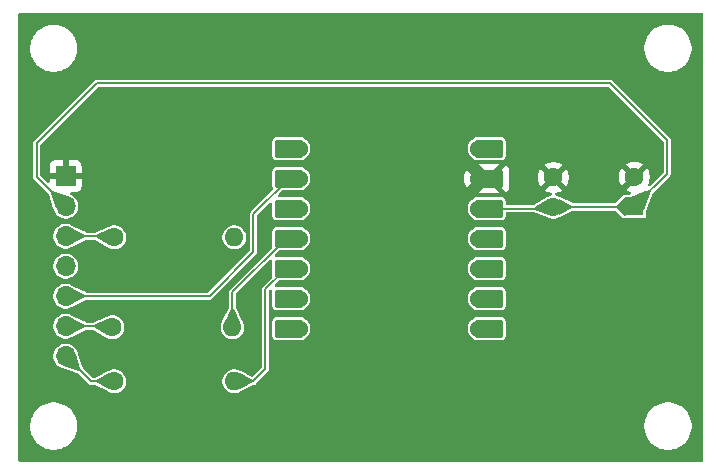
<source format=gbr>
G04 #@! TF.GenerationSoftware,KiCad,Pcbnew,9.0.0*
G04 #@! TF.CreationDate,2025-05-09T14:24:40+09:00*
G04 #@! TF.ProjectId,magnet_module,6d61676e-6574-45f6-9d6f-64756c652e6b,rev?*
G04 #@! TF.SameCoordinates,Original*
G04 #@! TF.FileFunction,Copper,L1,Top*
G04 #@! TF.FilePolarity,Positive*
%FSLAX46Y46*%
G04 Gerber Fmt 4.6, Leading zero omitted, Abs format (unit mm)*
G04 Created by KiCad (PCBNEW 9.0.0) date 2025-05-09 14:24:40*
%MOMM*%
%LPD*%
G01*
G04 APERTURE LIST*
G04 Aperture macros list*
%AMRoundRect*
0 Rectangle with rounded corners*
0 $1 Rounding radius*
0 $2 $3 $4 $5 $6 $7 $8 $9 X,Y pos of 4 corners*
0 Add a 4 corners polygon primitive as box body*
4,1,4,$2,$3,$4,$5,$6,$7,$8,$9,$2,$3,0*
0 Add four circle primitives for the rounded corners*
1,1,$1+$1,$2,$3*
1,1,$1+$1,$4,$5*
1,1,$1+$1,$6,$7*
1,1,$1+$1,$8,$9*
0 Add four rect primitives between the rounded corners*
20,1,$1+$1,$2,$3,$4,$5,0*
20,1,$1+$1,$4,$5,$6,$7,0*
20,1,$1+$1,$6,$7,$8,$9,0*
20,1,$1+$1,$8,$9,$2,$3,0*%
G04 Aperture macros list end*
G04 #@! TA.AperFunction,ComponentPad*
%ADD10C,1.600000*%
G04 #@! TD*
G04 #@! TA.AperFunction,ComponentPad*
%ADD11O,1.600000X1.600000*%
G04 #@! TD*
G04 #@! TA.AperFunction,ComponentPad*
%ADD12R,1.700000X1.700000*%
G04 #@! TD*
G04 #@! TA.AperFunction,ComponentPad*
%ADD13O,1.700000X1.700000*%
G04 #@! TD*
G04 #@! TA.AperFunction,ComponentPad*
%ADD14R,1.600000X1.600000*%
G04 #@! TD*
G04 #@! TA.AperFunction,SMDPad,CuDef*
%ADD15RoundRect,0.152400X1.063600X0.609600X-1.063600X0.609600X-1.063600X-0.609600X1.063600X-0.609600X0*%
G04 #@! TD*
G04 #@! TA.AperFunction,ComponentPad*
%ADD16C,1.524000*%
G04 #@! TD*
G04 #@! TA.AperFunction,SMDPad,CuDef*
%ADD17RoundRect,0.152400X-1.063600X-0.609600X1.063600X-0.609600X1.063600X0.609600X-1.063600X0.609600X0*%
G04 #@! TD*
G04 #@! TA.AperFunction,ViaPad*
%ADD18C,0.600000*%
G04 #@! TD*
G04 #@! TA.AperFunction,Conductor*
%ADD19C,0.200000*%
G04 #@! TD*
G04 APERTURE END LIST*
D10*
G04 #@! TO.P,R1,1*
G04 #@! TO.N,Net-(J1-Pin_3)*
X109110225Y-80010000D03*
D11*
G04 #@! TO.P,R1,2*
G04 #@! TO.N,Net-(U1-PB08_A6_TX)*
X119270225Y-80010000D03*
G04 #@! TD*
D10*
G04 #@! TO.P,R3,1*
G04 #@! TO.N,Net-(J1-Pin_7)*
X109110225Y-92202000D03*
D11*
G04 #@! TO.P,R3,2*
G04 #@! TO.N,Net-(U1-PA8_A4_D4_SDA)*
X119270225Y-92202000D03*
G04 #@! TD*
D12*
G04 #@! TO.P,J1,1,Pin_1*
G04 #@! TO.N,GND*
X105000000Y-74840000D03*
D13*
G04 #@! TO.P,J1,2,Pin_2*
G04 #@! TO.N,+3V3*
X105000000Y-77380000D03*
G04 #@! TO.P,J1,3,Pin_3*
G04 #@! TO.N,Net-(J1-Pin_3)*
X105000000Y-79920000D03*
G04 #@! TO.P,J1,4,Pin_4*
G04 #@! TO.N,Net-(J1-Pin_4)*
X105000000Y-82460000D03*
G04 #@! TO.P,J1,5,Pin_5*
G04 #@! TO.N,Net-(J1-Pin_5)*
X105000000Y-85000000D03*
G04 #@! TO.P,J1,6,Pin_6*
G04 #@! TO.N,Net-(J1-Pin_6)*
X105000000Y-87540000D03*
G04 #@! TO.P,J1,7,Pin_7*
G04 #@! TO.N,Net-(J1-Pin_7)*
X105000000Y-90080000D03*
G04 #@! TD*
D10*
G04 #@! TO.P,C1,1*
G04 #@! TO.N,GND*
X146304000Y-74950000D03*
G04 #@! TO.P,C1,2*
G04 #@! TO.N,+3V3*
X146304000Y-77450000D03*
G04 #@! TD*
D14*
G04 #@! TO.P,C2,1*
G04 #@! TO.N,+3V3*
X153162000Y-77405113D03*
D10*
G04 #@! TO.P,C2,2*
G04 #@! TO.N,GND*
X153162000Y-74905113D03*
G04 #@! TD*
G04 #@! TO.P,R2,1*
G04 #@! TO.N,Net-(J1-Pin_6)*
X108966000Y-87630000D03*
D11*
G04 #@! TO.P,R2,2*
G04 #@! TO.N,Net-(U1-PA11_A3_D3)*
X119126000Y-87630000D03*
G04 #@! TD*
D15*
G04 #@! TO.P,U1,1,PA02_A0_D0*
G04 #@! TO.N,unconnected-(U1-PA02_A0_D0-Pad1)*
X123925000Y-72500000D03*
D16*
X124760000Y-72500000D03*
D15*
G04 #@! TO.P,U1,2,PA4_A1_D1*
G04 #@! TO.N,Net-(J1-Pin_5)*
X123925000Y-75040000D03*
D16*
X124760000Y-75040000D03*
D15*
G04 #@! TO.P,U1,3,PA10_A2_D2*
G04 #@! TO.N,unconnected-(U1-PA10_A2_D2-Pad3)*
X123925000Y-77580000D03*
D16*
X124760000Y-77580000D03*
D15*
G04 #@! TO.P,U1,4,PA11_A3_D3*
G04 #@! TO.N,Net-(U1-PA11_A3_D3)*
X123925000Y-80120000D03*
D16*
X124760000Y-80120000D03*
D15*
G04 #@! TO.P,U1,5,PA8_A4_D4_SDA*
G04 #@! TO.N,Net-(U1-PA8_A4_D4_SDA)*
X123925000Y-82660000D03*
D16*
X124760000Y-82660000D03*
D15*
G04 #@! TO.P,U1,6,PA9_A5_D5_SCL*
G04 #@! TO.N,unconnected-(U1-PA9_A5_D5_SCL-Pad6)*
X123925000Y-85200000D03*
D16*
X124760000Y-85200000D03*
D15*
G04 #@! TO.P,U1,7,PB08_A6_TX*
G04 #@! TO.N,Net-(U1-PB08_A6_TX)*
X123925000Y-87740000D03*
D16*
X124760000Y-87740000D03*
G04 #@! TO.P,U1,8,PB09_D7_RX*
G04 #@! TO.N,Net-(J1-Pin_4)*
X140000000Y-87740000D03*
D17*
X140835000Y-87740000D03*
D16*
G04 #@! TO.P,U1,9,PA7_A8_D8_SCK*
G04 #@! TO.N,unconnected-(U1-PA7_A8_D8_SCK-Pad9)*
X140000000Y-85200000D03*
D17*
X140835000Y-85200000D03*
D16*
G04 #@! TO.P,U1,10,PA5_A9_D9_MISO*
G04 #@! TO.N,unconnected-(U1-PA5_A9_D9_MISO-Pad10)*
X140000000Y-82660000D03*
D17*
X140835000Y-82660000D03*
D16*
G04 #@! TO.P,U1,11,PA6_A10_D10_MOSI*
G04 #@! TO.N,unconnected-(U1-PA6_A10_D10_MOSI-Pad11)*
X140000000Y-80120000D03*
D17*
X140835000Y-80120000D03*
D16*
G04 #@! TO.P,U1,12,3V3*
G04 #@! TO.N,+3V3*
X140000000Y-77580000D03*
D17*
X140835000Y-77580000D03*
D16*
G04 #@! TO.P,U1,13,GND*
G04 #@! TO.N,GND*
X140000000Y-75040000D03*
D17*
X140835000Y-75040000D03*
D16*
G04 #@! TO.P,U1,14,5V*
G04 #@! TO.N,unconnected-(U1-5V-Pad14)*
X140000000Y-72500000D03*
D17*
X140835000Y-72500000D03*
G04 #@! TD*
D18*
G04 #@! TO.N,GND*
X137500000Y-87500000D03*
X137500000Y-97500000D03*
X147500000Y-97500000D03*
X132500000Y-92500000D03*
X127500000Y-72500000D03*
X112500000Y-82500000D03*
X117500000Y-97500000D03*
X137500000Y-92500000D03*
X117500000Y-62500000D03*
X117500000Y-77500000D03*
X127500000Y-97500000D03*
X112500000Y-72500000D03*
X132500000Y-72500000D03*
X122500000Y-97500000D03*
X147500000Y-62500000D03*
X147500000Y-87500000D03*
X127500000Y-62500000D03*
X137500000Y-62500000D03*
X152500000Y-82500000D03*
X137500000Y-77500000D03*
X132500000Y-77500000D03*
X132500000Y-82500000D03*
X102500000Y-77500000D03*
X122500000Y-62500000D03*
X132500000Y-62500000D03*
X147500000Y-92500000D03*
X132500000Y-87500000D03*
X152500000Y-87500000D03*
X132500000Y-97500000D03*
X127500000Y-87500000D03*
X142500000Y-62500000D03*
X127500000Y-92500000D03*
X157500000Y-72500000D03*
X157500000Y-82500000D03*
X112500000Y-97500000D03*
X157500000Y-77500000D03*
X142500000Y-92500000D03*
X117500000Y-82500000D03*
X117500000Y-72500000D03*
X137500000Y-72500000D03*
X127500000Y-82500000D03*
X147500000Y-72500000D03*
X127500000Y-77500000D03*
X102500000Y-87500000D03*
X112500000Y-92500000D03*
X147500000Y-82500000D03*
X137500000Y-82500000D03*
X157500000Y-87500000D03*
X122500000Y-92500000D03*
X142500000Y-97500000D03*
X112500000Y-62500000D03*
X112500000Y-87500000D03*
X112500000Y-77500000D03*
X102500000Y-82500000D03*
G04 #@! TD*
D19*
G04 #@! TO.N,+3V3*
X155923557Y-74643556D02*
X153162000Y-77405113D01*
X155923557Y-71773500D02*
X155923557Y-74643556D01*
X151130057Y-66980000D02*
X155923557Y-71773500D01*
X102540000Y-72060000D02*
X107620000Y-66980000D01*
X107620000Y-66980000D02*
X151130057Y-66980000D01*
X102540000Y-74920000D02*
X102540000Y-72060000D01*
X105000000Y-77380000D02*
X102540000Y-74920000D01*
G04 #@! TO.N,Net-(J1-Pin_3)*
X105000000Y-79920000D02*
X109020225Y-79920000D01*
X109020225Y-79920000D02*
X109110225Y-80010000D01*
G04 #@! TO.N,Net-(J1-Pin_5)*
X120904000Y-81280000D02*
X120904000Y-78061000D01*
X120904000Y-78061000D02*
X123925000Y-75040000D01*
X105000000Y-85000000D02*
X117184000Y-85000000D01*
X117184000Y-85000000D02*
X120904000Y-81280000D01*
G04 #@! TO.N,Net-(J1-Pin_7)*
X107122000Y-92202000D02*
X109110225Y-92202000D01*
X105000000Y-90080000D02*
X107122000Y-92202000D01*
G04 #@! TO.N,Net-(J1-Pin_6)*
X105000000Y-87540000D02*
X108876000Y-87540000D01*
X108876000Y-87540000D02*
X108966000Y-87630000D01*
G04 #@! TO.N,Net-(U1-PA11_A3_D3)*
X124760000Y-80120000D02*
X123682370Y-80120000D01*
X123682370Y-80120000D02*
X119126000Y-84676370D01*
X119126000Y-84676370D02*
X119126000Y-87630000D01*
G04 #@! TO.N,Net-(U1-PA8_A4_D4_SDA)*
X123682370Y-82660000D02*
X124760000Y-82660000D01*
X121920000Y-84422370D02*
X123682370Y-82660000D01*
X119270225Y-92202000D02*
X120904000Y-92202000D01*
X120904000Y-92202000D02*
X121920000Y-91186000D01*
X121920000Y-91186000D02*
X121920000Y-84422370D01*
G04 #@! TO.N,GND*
X146304000Y-74950000D02*
X146538000Y-74950000D01*
X140040000Y-75000000D02*
X140000000Y-75040000D01*
X146538000Y-74950000D02*
X146582887Y-74905113D01*
X146214000Y-75040000D02*
X146304000Y-74950000D01*
G04 #@! TO.N,+3V3*
X146304000Y-77450000D02*
X153117113Y-77450000D01*
X146174000Y-77580000D02*
X146304000Y-77450000D01*
X153117113Y-77450000D02*
X153162000Y-77405113D01*
X140000000Y-77580000D02*
X146174000Y-77580000D01*
G04 #@! TD*
G04 #@! TA.AperFunction,Conductor*
G04 #@! TO.N,GND*
G36*
X158943039Y-61019685D02*
G01*
X158988794Y-61072489D01*
X159000000Y-61124000D01*
X159000000Y-98876000D01*
X158980315Y-98943039D01*
X158927511Y-98988794D01*
X158876000Y-99000000D01*
X101124000Y-99000000D01*
X101056961Y-98980315D01*
X101011206Y-98927511D01*
X101000000Y-98876000D01*
X101000000Y-95868872D01*
X101999500Y-95868872D01*
X101999500Y-96131127D01*
X102026123Y-96333339D01*
X102033730Y-96391116D01*
X102101602Y-96644418D01*
X102101605Y-96644428D01*
X102201953Y-96886690D01*
X102201958Y-96886700D01*
X102333075Y-97113803D01*
X102492718Y-97321851D01*
X102492726Y-97321860D01*
X102678140Y-97507274D01*
X102678148Y-97507281D01*
X102886196Y-97666924D01*
X103113299Y-97798041D01*
X103113309Y-97798046D01*
X103355571Y-97898394D01*
X103355581Y-97898398D01*
X103608884Y-97966270D01*
X103868880Y-98000500D01*
X103868887Y-98000500D01*
X104131113Y-98000500D01*
X104131120Y-98000500D01*
X104391116Y-97966270D01*
X104644419Y-97898398D01*
X104886697Y-97798043D01*
X105113803Y-97666924D01*
X105321851Y-97507282D01*
X105321855Y-97507277D01*
X105321860Y-97507274D01*
X105507274Y-97321860D01*
X105507277Y-97321855D01*
X105507282Y-97321851D01*
X105666924Y-97113803D01*
X105798043Y-96886697D01*
X105898398Y-96644419D01*
X105966270Y-96391116D01*
X106000500Y-96131120D01*
X106000500Y-95868880D01*
X106000499Y-95868872D01*
X153999500Y-95868872D01*
X153999500Y-96131127D01*
X154026123Y-96333339D01*
X154033730Y-96391116D01*
X154101602Y-96644418D01*
X154101605Y-96644428D01*
X154201953Y-96886690D01*
X154201958Y-96886700D01*
X154333075Y-97113803D01*
X154492718Y-97321851D01*
X154492726Y-97321860D01*
X154678140Y-97507274D01*
X154678148Y-97507281D01*
X154886196Y-97666924D01*
X155113299Y-97798041D01*
X155113309Y-97798046D01*
X155355571Y-97898394D01*
X155355581Y-97898398D01*
X155608884Y-97966270D01*
X155868880Y-98000500D01*
X155868887Y-98000500D01*
X156131113Y-98000500D01*
X156131120Y-98000500D01*
X156391116Y-97966270D01*
X156644419Y-97898398D01*
X156886697Y-97798043D01*
X157113803Y-97666924D01*
X157321851Y-97507282D01*
X157321855Y-97507277D01*
X157321860Y-97507274D01*
X157507274Y-97321860D01*
X157507277Y-97321855D01*
X157507282Y-97321851D01*
X157666924Y-97113803D01*
X157798043Y-96886697D01*
X157898398Y-96644419D01*
X157966270Y-96391116D01*
X158000500Y-96131120D01*
X158000500Y-95868880D01*
X157966270Y-95608884D01*
X157898398Y-95355581D01*
X157898394Y-95355571D01*
X157798046Y-95113309D01*
X157798041Y-95113299D01*
X157666924Y-94886196D01*
X157507281Y-94678148D01*
X157507274Y-94678140D01*
X157321860Y-94492726D01*
X157321851Y-94492718D01*
X157113803Y-94333075D01*
X156886700Y-94201958D01*
X156886690Y-94201953D01*
X156644428Y-94101605D01*
X156644421Y-94101603D01*
X156644419Y-94101602D01*
X156391116Y-94033730D01*
X156333339Y-94026123D01*
X156131127Y-93999500D01*
X156131120Y-93999500D01*
X155868880Y-93999500D01*
X155868872Y-93999500D01*
X155637772Y-94029926D01*
X155608884Y-94033730D01*
X155355581Y-94101602D01*
X155355571Y-94101605D01*
X155113309Y-94201953D01*
X155113299Y-94201958D01*
X154886196Y-94333075D01*
X154678148Y-94492718D01*
X154492718Y-94678148D01*
X154333075Y-94886196D01*
X154201958Y-95113299D01*
X154201953Y-95113309D01*
X154101605Y-95355571D01*
X154101602Y-95355581D01*
X154033730Y-95608885D01*
X153999500Y-95868872D01*
X106000499Y-95868872D01*
X105966270Y-95608884D01*
X105898398Y-95355581D01*
X105898394Y-95355571D01*
X105798046Y-95113309D01*
X105798041Y-95113299D01*
X105666924Y-94886196D01*
X105507281Y-94678148D01*
X105507274Y-94678140D01*
X105321860Y-94492726D01*
X105321851Y-94492718D01*
X105113803Y-94333075D01*
X104886700Y-94201958D01*
X104886690Y-94201953D01*
X104644428Y-94101605D01*
X104644421Y-94101603D01*
X104644419Y-94101602D01*
X104391116Y-94033730D01*
X104333339Y-94026123D01*
X104131127Y-93999500D01*
X104131120Y-93999500D01*
X103868880Y-93999500D01*
X103868872Y-93999500D01*
X103637772Y-94029926D01*
X103608884Y-94033730D01*
X103355581Y-94101602D01*
X103355571Y-94101605D01*
X103113309Y-94201953D01*
X103113299Y-94201958D01*
X102886196Y-94333075D01*
X102678148Y-94492718D01*
X102492718Y-94678148D01*
X102333075Y-94886196D01*
X102201958Y-95113299D01*
X102201953Y-95113309D01*
X102101605Y-95355571D01*
X102101602Y-95355581D01*
X102033730Y-95608885D01*
X101999500Y-95868872D01*
X101000000Y-95868872D01*
X101000000Y-89976530D01*
X103949500Y-89976530D01*
X103949500Y-90183469D01*
X103989868Y-90386412D01*
X103989870Y-90386420D01*
X104069058Y-90577596D01*
X104184024Y-90749657D01*
X104330342Y-90895975D01*
X104330345Y-90895977D01*
X104502402Y-91010941D01*
X104693580Y-91090130D01*
X104746507Y-91100657D01*
X104773038Y-91110556D01*
X104773537Y-91109439D01*
X104779107Y-91111920D01*
X104779108Y-91111921D01*
X105720066Y-91424860D01*
X105991641Y-91515179D01*
X106040190Y-91545161D01*
X106881540Y-92386511D01*
X106937489Y-92442460D01*
X106937491Y-92442461D01*
X106937495Y-92442464D01*
X107006004Y-92482017D01*
X107006011Y-92482021D01*
X107082438Y-92502500D01*
X107161562Y-92502500D01*
X107438327Y-92502500D01*
X107493398Y-92515400D01*
X108565299Y-93046735D01*
X108565305Y-93046736D01*
X108570021Y-93048611D01*
X108569776Y-93049226D01*
X108595793Y-93061559D01*
X108636311Y-93088632D01*
X108818390Y-93164051D01*
X108818394Y-93164051D01*
X108818395Y-93164052D01*
X109011681Y-93202500D01*
X109011684Y-93202500D01*
X109208768Y-93202500D01*
X109338807Y-93176632D01*
X109402060Y-93164051D01*
X109584139Y-93088632D01*
X109748007Y-92979139D01*
X109887364Y-92839782D01*
X109996857Y-92675914D01*
X110072276Y-92493835D01*
X110110725Y-92300541D01*
X110110725Y-92103459D01*
X110110725Y-92103456D01*
X110072277Y-91910170D01*
X110072276Y-91910169D01*
X110072276Y-91910165D01*
X110066606Y-91896477D01*
X109996860Y-91728092D01*
X109996853Y-91728079D01*
X109887364Y-91564218D01*
X109887361Y-91564214D01*
X109748010Y-91424863D01*
X109748006Y-91424860D01*
X109584145Y-91315371D01*
X109584132Y-91315364D01*
X109402064Y-91239950D01*
X109402054Y-91239947D01*
X109208768Y-91201500D01*
X109208766Y-91201500D01*
X109011684Y-91201500D01*
X109011682Y-91201500D01*
X108818395Y-91239947D01*
X108818385Y-91239950D01*
X108636315Y-91315366D01*
X108636304Y-91315371D01*
X108596158Y-91342195D01*
X108570529Y-91353882D01*
X108570993Y-91355106D01*
X108565303Y-91357260D01*
X107493395Y-91888600D01*
X107480996Y-91891504D01*
X107473259Y-91896477D01*
X107438324Y-91901500D01*
X107297833Y-91901500D01*
X107230794Y-91881815D01*
X107210152Y-91865181D01*
X106465161Y-91120190D01*
X106435179Y-91071641D01*
X106328095Y-90749657D01*
X106031921Y-89859108D01*
X106031920Y-89859106D01*
X106029910Y-89854396D01*
X106030427Y-89854175D01*
X106020727Y-89826859D01*
X106010130Y-89773580D01*
X105930941Y-89582402D01*
X105815977Y-89410345D01*
X105815975Y-89410342D01*
X105669657Y-89264024D01*
X105583626Y-89206541D01*
X105497598Y-89149059D01*
X105306420Y-89069870D01*
X105306412Y-89069868D01*
X105103469Y-89029500D01*
X105103465Y-89029500D01*
X104896535Y-89029500D01*
X104896530Y-89029500D01*
X104693587Y-89069868D01*
X104693579Y-89069870D01*
X104502403Y-89149058D01*
X104330342Y-89264024D01*
X104184024Y-89410342D01*
X104069058Y-89582403D01*
X103989870Y-89773579D01*
X103989868Y-89773587D01*
X103949500Y-89976530D01*
X101000000Y-89976530D01*
X101000000Y-87436530D01*
X103949500Y-87436530D01*
X103949500Y-87643469D01*
X103989868Y-87846412D01*
X103989870Y-87846420D01*
X104069058Y-88037596D01*
X104184024Y-88209657D01*
X104330342Y-88355975D01*
X104330345Y-88355977D01*
X104502402Y-88470941D01*
X104693580Y-88550130D01*
X104896530Y-88590499D01*
X104896534Y-88590500D01*
X104896535Y-88590500D01*
X105103466Y-88590500D01*
X105103467Y-88590499D01*
X105306420Y-88550130D01*
X105497598Y-88470941D01*
X105542470Y-88440957D01*
X105568233Y-88429205D01*
X105567792Y-88428055D01*
X105573481Y-88425873D01*
X105573483Y-88425871D01*
X105573486Y-88425871D01*
X106716022Y-87853629D01*
X106771552Y-87840500D01*
X107284743Y-87840500D01*
X107346522Y-87856985D01*
X108362784Y-88440960D01*
X108409688Y-88467912D01*
X108415532Y-88469995D01*
X108442790Y-88483693D01*
X108492086Y-88516632D01*
X108492088Y-88516633D01*
X108492092Y-88516635D01*
X108674160Y-88592049D01*
X108674165Y-88592051D01*
X108674169Y-88592051D01*
X108674170Y-88592052D01*
X108867456Y-88630500D01*
X108867459Y-88630500D01*
X109064543Y-88630500D01*
X109194582Y-88604632D01*
X109257835Y-88592051D01*
X109439914Y-88516632D01*
X109603782Y-88407139D01*
X109743139Y-88267782D01*
X109852632Y-88103914D01*
X109928051Y-87921835D01*
X109966500Y-87728543D01*
X118125499Y-87728543D01*
X118163947Y-87921829D01*
X118163950Y-87921839D01*
X118239364Y-88103907D01*
X118239371Y-88103920D01*
X118348860Y-88267781D01*
X118348863Y-88267785D01*
X118488214Y-88407136D01*
X118488218Y-88407139D01*
X118652079Y-88516628D01*
X118652092Y-88516635D01*
X118834160Y-88592049D01*
X118834165Y-88592051D01*
X118834169Y-88592051D01*
X118834170Y-88592052D01*
X119027456Y-88630500D01*
X119027459Y-88630500D01*
X119224543Y-88630500D01*
X119354582Y-88604632D01*
X119417835Y-88592051D01*
X119599914Y-88516632D01*
X119763782Y-88407139D01*
X119903139Y-88267782D01*
X120012632Y-88103914D01*
X120088051Y-87921835D01*
X120126500Y-87728541D01*
X120126500Y-87531459D01*
X120126500Y-87531456D01*
X120088052Y-87338170D01*
X120088051Y-87338169D01*
X120088051Y-87338165D01*
X120044731Y-87233580D01*
X120012634Y-87156090D01*
X120012633Y-87156089D01*
X120012632Y-87156086D01*
X119985803Y-87115934D01*
X119974185Y-87090276D01*
X119972891Y-87090767D01*
X119970736Y-87085077D01*
X119439400Y-86013171D01*
X119426500Y-85958100D01*
X119426500Y-84852203D01*
X119446185Y-84785164D01*
X119462819Y-84764522D01*
X122296819Y-81930522D01*
X122358142Y-81897037D01*
X122427834Y-81902021D01*
X122483767Y-81943893D01*
X122508184Y-82009357D01*
X122508500Y-82018203D01*
X122508500Y-83303091D01*
X122512985Y-83333880D01*
X122503170Y-83403057D01*
X122477961Y-83439436D01*
X121735489Y-84181910D01*
X121679541Y-84237857D01*
X121679535Y-84237865D01*
X121639982Y-84306374D01*
X121639979Y-84306379D01*
X121619500Y-84382809D01*
X121619500Y-91010166D01*
X121599815Y-91077205D01*
X121583181Y-91097847D01*
X120886756Y-91794271D01*
X120825433Y-91827756D01*
X120755741Y-91822772D01*
X120744004Y-91817690D01*
X119815145Y-91357261D01*
X119810426Y-91355386D01*
X119810668Y-91354775D01*
X119784649Y-91342435D01*
X119744149Y-91315374D01*
X119744142Y-91315370D01*
X119744139Y-91315368D01*
X119744135Y-91315366D01*
X119744131Y-91315364D01*
X119562064Y-91239950D01*
X119562054Y-91239947D01*
X119368768Y-91201500D01*
X119368766Y-91201500D01*
X119171684Y-91201500D01*
X119171682Y-91201500D01*
X118978395Y-91239947D01*
X118978385Y-91239950D01*
X118796317Y-91315364D01*
X118796304Y-91315371D01*
X118632443Y-91424860D01*
X118632439Y-91424863D01*
X118493088Y-91564214D01*
X118493085Y-91564218D01*
X118383596Y-91728079D01*
X118383589Y-91728092D01*
X118308175Y-91910160D01*
X118308172Y-91910170D01*
X118269725Y-92103456D01*
X118269725Y-92103459D01*
X118269725Y-92300541D01*
X118269725Y-92300543D01*
X118269724Y-92300543D01*
X118308172Y-92493829D01*
X118308175Y-92493839D01*
X118383589Y-92675907D01*
X118383596Y-92675920D01*
X118493085Y-92839781D01*
X118493088Y-92839785D01*
X118632439Y-92979136D01*
X118632443Y-92979139D01*
X118796304Y-93088628D01*
X118796317Y-93088635D01*
X118978385Y-93164049D01*
X118978390Y-93164051D01*
X118978394Y-93164051D01*
X118978395Y-93164052D01*
X119171681Y-93202500D01*
X119171684Y-93202500D01*
X119368768Y-93202500D01*
X119498807Y-93176632D01*
X119562060Y-93164051D01*
X119744139Y-93088632D01*
X119784286Y-93061805D01*
X119809953Y-93050224D01*
X119809450Y-93048894D01*
X119815146Y-93046736D01*
X119815145Y-93046736D01*
X119815150Y-93046735D01*
X120887052Y-92515400D01*
X120935565Y-92504036D01*
X120935503Y-92503561D01*
X120940277Y-92502932D01*
X120942123Y-92502500D01*
X120943560Y-92502500D01*
X120943562Y-92502500D01*
X121019989Y-92482021D01*
X121088511Y-92442460D01*
X121144460Y-92386511D01*
X122160460Y-91370511D01*
X122179986Y-91336691D01*
X122200021Y-91301989D01*
X122220500Y-91225562D01*
X122220500Y-87096906D01*
X122508500Y-87096906D01*
X122508500Y-88383094D01*
X122516931Y-88440960D01*
X122518494Y-88451688D01*
X122570222Y-88557500D01*
X122653499Y-88640777D01*
X122653500Y-88640777D01*
X122653502Y-88640779D01*
X122759312Y-88692506D01*
X122827906Y-88702500D01*
X122827911Y-88702500D01*
X125022089Y-88702500D01*
X125022094Y-88702500D01*
X125090688Y-88692506D01*
X125196498Y-88640779D01*
X125279779Y-88557498D01*
X125279779Y-88557496D01*
X125287044Y-88550232D01*
X125287885Y-88551073D01*
X125308481Y-88531104D01*
X125373558Y-88487622D01*
X125507622Y-88353558D01*
X125612956Y-88195915D01*
X125685512Y-88020751D01*
X125722500Y-87834798D01*
X125722500Y-87645202D01*
X125722499Y-87645197D01*
X139037500Y-87645197D01*
X139037500Y-87834802D01*
X139074486Y-88020743D01*
X139074488Y-88020751D01*
X139147042Y-88195912D01*
X139252377Y-88353558D01*
X139386438Y-88487619D01*
X139386442Y-88487622D01*
X139451515Y-88531103D01*
X139451520Y-88531106D01*
X139472117Y-88551074D01*
X139472958Y-88550234D01*
X139480220Y-88557496D01*
X139480221Y-88557498D01*
X139563502Y-88640779D01*
X139669312Y-88692506D01*
X139737906Y-88702500D01*
X139737911Y-88702500D01*
X141932089Y-88702500D01*
X141932094Y-88702500D01*
X142000688Y-88692506D01*
X142106498Y-88640779D01*
X142189779Y-88557498D01*
X142241506Y-88451688D01*
X142251500Y-88383094D01*
X142251500Y-87096906D01*
X142241506Y-87028312D01*
X142189779Y-86922502D01*
X142189777Y-86922500D01*
X142189777Y-86922499D01*
X142106500Y-86839222D01*
X142000688Y-86787494D01*
X141932094Y-86777500D01*
X139737906Y-86777500D01*
X139680744Y-86785828D01*
X139669311Y-86787494D01*
X139563499Y-86839222D01*
X139472957Y-86929765D01*
X139472118Y-86928926D01*
X139451521Y-86948892D01*
X139386444Y-86992376D01*
X139252376Y-87126443D01*
X139147042Y-87284087D01*
X139074488Y-87459248D01*
X139074486Y-87459256D01*
X139037500Y-87645197D01*
X125722499Y-87645197D01*
X125685512Y-87459249D01*
X125612956Y-87284085D01*
X125527434Y-87156092D01*
X125507622Y-87126441D01*
X125373564Y-86992383D01*
X125373560Y-86992380D01*
X125373558Y-86992378D01*
X125308475Y-86948890D01*
X125287883Y-86928926D01*
X125287043Y-86929767D01*
X125279779Y-86922503D01*
X125279779Y-86922502D01*
X125196498Y-86839221D01*
X125090688Y-86787494D01*
X125022094Y-86777500D01*
X122827906Y-86777500D01*
X122770744Y-86785828D01*
X122759311Y-86787494D01*
X122653499Y-86839222D01*
X122570222Y-86922499D01*
X122536061Y-86992378D01*
X122518494Y-87028312D01*
X122508500Y-87096906D01*
X122220500Y-87096906D01*
X122220500Y-84598203D01*
X122240185Y-84531164D01*
X122256819Y-84510522D01*
X122296819Y-84470522D01*
X122358142Y-84437037D01*
X122427834Y-84442021D01*
X122483767Y-84483893D01*
X122508184Y-84549357D01*
X122508500Y-84558203D01*
X122508500Y-85843094D01*
X122516931Y-85900960D01*
X122518494Y-85911688D01*
X122570222Y-86017500D01*
X122653499Y-86100777D01*
X122653500Y-86100777D01*
X122653502Y-86100779D01*
X122759312Y-86152506D01*
X122827906Y-86162500D01*
X122827911Y-86162500D01*
X125022089Y-86162500D01*
X125022094Y-86162500D01*
X125090688Y-86152506D01*
X125196498Y-86100779D01*
X125279779Y-86017498D01*
X125279779Y-86017496D01*
X125287044Y-86010232D01*
X125287885Y-86011073D01*
X125308481Y-85991104D01*
X125373558Y-85947622D01*
X125507622Y-85813558D01*
X125612956Y-85655915D01*
X125685512Y-85480751D01*
X125722500Y-85294798D01*
X125722500Y-85105202D01*
X125722499Y-85105197D01*
X139037500Y-85105197D01*
X139037500Y-85294802D01*
X139074486Y-85480743D01*
X139074488Y-85480751D01*
X139147042Y-85655912D01*
X139252377Y-85813558D01*
X139386438Y-85947619D01*
X139386442Y-85947622D01*
X139451515Y-85991103D01*
X139451520Y-85991106D01*
X139472117Y-86011074D01*
X139472958Y-86010234D01*
X139480220Y-86017496D01*
X139480221Y-86017498D01*
X139563502Y-86100779D01*
X139669312Y-86152506D01*
X139737906Y-86162500D01*
X139737911Y-86162500D01*
X141932089Y-86162500D01*
X141932094Y-86162500D01*
X142000688Y-86152506D01*
X142106498Y-86100779D01*
X142189779Y-86017498D01*
X142241506Y-85911688D01*
X142251500Y-85843094D01*
X142251500Y-84556906D01*
X142241506Y-84488312D01*
X142189779Y-84382502D01*
X142189777Y-84382500D01*
X142189777Y-84382499D01*
X142106500Y-84299222D01*
X142000688Y-84247494D01*
X141932094Y-84237500D01*
X139737906Y-84237500D01*
X139680744Y-84245828D01*
X139669311Y-84247494D01*
X139563499Y-84299222D01*
X139472957Y-84389765D01*
X139472118Y-84388926D01*
X139451521Y-84408892D01*
X139386444Y-84452376D01*
X139252376Y-84586443D01*
X139147042Y-84744087D01*
X139074488Y-84919248D01*
X139074486Y-84919256D01*
X139037500Y-85105197D01*
X125722499Y-85105197D01*
X125685512Y-84919249D01*
X125612956Y-84744085D01*
X125558898Y-84663181D01*
X125507622Y-84586441D01*
X125373564Y-84452383D01*
X125373560Y-84452380D01*
X125373558Y-84452378D01*
X125308475Y-84408890D01*
X125287883Y-84388926D01*
X125287043Y-84389767D01*
X125279779Y-84382503D01*
X125279779Y-84382502D01*
X125196498Y-84299221D01*
X125090688Y-84247494D01*
X125022094Y-84237500D01*
X122829203Y-84237500D01*
X122762164Y-84217815D01*
X122716409Y-84165011D01*
X122706465Y-84095853D01*
X122735490Y-84032297D01*
X122741522Y-84025819D01*
X123108522Y-83658819D01*
X123169845Y-83625334D01*
X123196203Y-83622500D01*
X125022089Y-83622500D01*
X125022094Y-83622500D01*
X125090688Y-83612506D01*
X125196498Y-83560779D01*
X125279779Y-83477498D01*
X125279779Y-83477496D01*
X125287044Y-83470232D01*
X125287885Y-83471073D01*
X125308481Y-83451104D01*
X125373558Y-83407622D01*
X125507622Y-83273558D01*
X125612956Y-83115915D01*
X125685512Y-82940751D01*
X125722500Y-82754798D01*
X125722500Y-82565202D01*
X125722499Y-82565197D01*
X139037500Y-82565197D01*
X139037500Y-82754802D01*
X139074486Y-82940743D01*
X139074488Y-82940751D01*
X139147042Y-83115912D01*
X139252377Y-83273558D01*
X139386438Y-83407619D01*
X139386442Y-83407622D01*
X139451515Y-83451103D01*
X139451520Y-83451106D01*
X139472117Y-83471074D01*
X139472958Y-83470234D01*
X139480220Y-83477496D01*
X139480221Y-83477498D01*
X139563502Y-83560779D01*
X139669312Y-83612506D01*
X139737906Y-83622500D01*
X139737911Y-83622500D01*
X141932089Y-83622500D01*
X141932094Y-83622500D01*
X142000688Y-83612506D01*
X142106498Y-83560779D01*
X142189779Y-83477498D01*
X142241506Y-83371688D01*
X142251500Y-83303094D01*
X142251500Y-82016906D01*
X142241506Y-81948312D01*
X142189779Y-81842502D01*
X142189777Y-81842500D01*
X142189777Y-81842499D01*
X142106500Y-81759222D01*
X142000688Y-81707494D01*
X141932094Y-81697500D01*
X139737906Y-81697500D01*
X139680744Y-81705828D01*
X139669311Y-81707494D01*
X139563499Y-81759222D01*
X139472957Y-81849765D01*
X139472118Y-81848926D01*
X139451521Y-81868892D01*
X139386444Y-81912376D01*
X139252376Y-82046443D01*
X139147042Y-82204087D01*
X139074488Y-82379248D01*
X139074486Y-82379256D01*
X139037500Y-82565197D01*
X125722499Y-82565197D01*
X125685512Y-82379249D01*
X125612956Y-82204085D01*
X125507623Y-82046443D01*
X125507622Y-82046441D01*
X125373564Y-81912383D01*
X125373560Y-81912380D01*
X125373558Y-81912378D01*
X125308475Y-81868890D01*
X125287883Y-81848926D01*
X125287043Y-81849767D01*
X125279779Y-81842503D01*
X125279779Y-81842502D01*
X125196498Y-81759221D01*
X125090688Y-81707494D01*
X125022094Y-81697500D01*
X122829203Y-81697500D01*
X122762164Y-81677815D01*
X122716409Y-81625011D01*
X122706465Y-81555853D01*
X122735490Y-81492297D01*
X122741522Y-81485819D01*
X123108522Y-81118819D01*
X123169845Y-81085334D01*
X123196203Y-81082500D01*
X125022089Y-81082500D01*
X125022094Y-81082500D01*
X125090688Y-81072506D01*
X125196498Y-81020779D01*
X125279779Y-80937498D01*
X125279779Y-80937496D01*
X125287044Y-80930232D01*
X125287885Y-80931073D01*
X125308481Y-80911104D01*
X125373558Y-80867622D01*
X125507622Y-80733558D01*
X125612956Y-80575915D01*
X125685512Y-80400751D01*
X125722500Y-80214798D01*
X125722500Y-80025202D01*
X125722499Y-80025197D01*
X139037500Y-80025197D01*
X139037500Y-80214802D01*
X139074486Y-80400743D01*
X139074488Y-80400751D01*
X139147042Y-80575912D01*
X139252377Y-80733558D01*
X139386438Y-80867619D01*
X139386442Y-80867622D01*
X139451515Y-80911103D01*
X139451520Y-80911106D01*
X139472117Y-80931074D01*
X139472958Y-80930234D01*
X139480220Y-80937496D01*
X139480221Y-80937498D01*
X139563502Y-81020779D01*
X139669312Y-81072506D01*
X139737906Y-81082500D01*
X139737911Y-81082500D01*
X141932089Y-81082500D01*
X141932094Y-81082500D01*
X142000688Y-81072506D01*
X142106498Y-81020779D01*
X142189779Y-80937498D01*
X142241506Y-80831688D01*
X142251500Y-80763094D01*
X142251500Y-79476906D01*
X142241506Y-79408312D01*
X142189779Y-79302502D01*
X142189777Y-79302500D01*
X142189777Y-79302499D01*
X142106500Y-79219222D01*
X142000688Y-79167494D01*
X141932094Y-79157500D01*
X139737906Y-79157500D01*
X139680744Y-79165828D01*
X139669311Y-79167494D01*
X139563499Y-79219222D01*
X139472957Y-79309765D01*
X139472118Y-79308926D01*
X139451521Y-79328892D01*
X139386444Y-79372376D01*
X139252376Y-79506443D01*
X139147042Y-79664087D01*
X139074488Y-79839248D01*
X139074486Y-79839256D01*
X139037500Y-80025197D01*
X125722499Y-80025197D01*
X125685512Y-79839249D01*
X125612956Y-79664085D01*
X125507623Y-79506443D01*
X125507622Y-79506441D01*
X125373564Y-79372383D01*
X125373560Y-79372380D01*
X125373558Y-79372378D01*
X125308475Y-79328890D01*
X125287883Y-79308926D01*
X125287043Y-79309767D01*
X125279779Y-79302503D01*
X125279779Y-79302502D01*
X125196498Y-79219221D01*
X125090688Y-79167494D01*
X125022094Y-79157500D01*
X122827906Y-79157500D01*
X122770744Y-79165828D01*
X122759311Y-79167494D01*
X122653499Y-79219222D01*
X122570222Y-79302499D01*
X122536061Y-79372378D01*
X122518494Y-79408312D01*
X122508500Y-79476906D01*
X122508500Y-79476911D01*
X122508500Y-80763091D01*
X122512985Y-80793880D01*
X122503170Y-80863057D01*
X122477961Y-80899436D01*
X118941489Y-84435910D01*
X118885541Y-84491857D01*
X118885535Y-84491865D01*
X118845982Y-84560374D01*
X118845979Y-84560379D01*
X118825500Y-84636809D01*
X118825500Y-85958099D01*
X118812600Y-86013170D01*
X118281265Y-87085070D01*
X118279388Y-87089796D01*
X118278775Y-87089552D01*
X118266439Y-87115570D01*
X118239366Y-87156088D01*
X118163950Y-87338160D01*
X118163947Y-87338170D01*
X118125500Y-87531456D01*
X118125500Y-87531459D01*
X118125500Y-87728541D01*
X118125500Y-87728543D01*
X118125499Y-87728543D01*
X109966500Y-87728543D01*
X109966500Y-87728541D01*
X109966500Y-87531459D01*
X109966500Y-87531456D01*
X109928052Y-87338170D01*
X109928051Y-87338169D01*
X109928051Y-87338165D01*
X109928049Y-87338160D01*
X109852635Y-87156092D01*
X109852628Y-87156079D01*
X109743139Y-86992218D01*
X109743136Y-86992214D01*
X109603785Y-86852863D01*
X109603781Y-86852860D01*
X109439920Y-86743371D01*
X109439907Y-86743364D01*
X109257839Y-86667950D01*
X109257829Y-86667947D01*
X109064543Y-86629500D01*
X109064541Y-86629500D01*
X108867459Y-86629500D01*
X108867457Y-86629500D01*
X108674170Y-86667947D01*
X108674160Y-86667950D01*
X108492093Y-86743364D01*
X108492079Y-86743372D01*
X108457976Y-86766158D01*
X108436789Y-86777512D01*
X107351163Y-87229958D01*
X107303462Y-87239500D01*
X106771554Y-87239500D01*
X106716024Y-87226371D01*
X105573493Y-86654130D01*
X105568742Y-86652223D01*
X105568951Y-86651701D01*
X105542769Y-86639240D01*
X105497598Y-86609059D01*
X105306420Y-86529870D01*
X105306412Y-86529868D01*
X105103469Y-86489500D01*
X105103465Y-86489500D01*
X104896535Y-86489500D01*
X104896530Y-86489500D01*
X104693587Y-86529868D01*
X104693579Y-86529870D01*
X104502403Y-86609058D01*
X104330342Y-86724024D01*
X104184024Y-86870342D01*
X104069058Y-87042403D01*
X103989870Y-87233579D01*
X103989868Y-87233587D01*
X103949500Y-87436530D01*
X101000000Y-87436530D01*
X101000000Y-84896530D01*
X103949500Y-84896530D01*
X103949500Y-85103469D01*
X103989868Y-85306412D01*
X103989870Y-85306420D01*
X104069058Y-85497596D01*
X104184024Y-85669657D01*
X104330342Y-85815975D01*
X104330345Y-85815977D01*
X104502402Y-85930941D01*
X104693580Y-86010130D01*
X104896530Y-86050499D01*
X104896534Y-86050500D01*
X104896535Y-86050500D01*
X105103466Y-86050500D01*
X105103467Y-86050499D01*
X105306420Y-86010130D01*
X105497598Y-85930941D01*
X105542470Y-85900957D01*
X105568233Y-85889205D01*
X105567792Y-85888055D01*
X105573481Y-85885873D01*
X105573483Y-85885871D01*
X105573486Y-85885871D01*
X106716022Y-85313629D01*
X106771552Y-85300500D01*
X117223560Y-85300500D01*
X117223562Y-85300500D01*
X117299989Y-85280021D01*
X117368511Y-85240460D01*
X117424460Y-85184511D01*
X121144460Y-81464511D01*
X121153895Y-81448167D01*
X121176219Y-81409503D01*
X121176220Y-81409501D01*
X121184020Y-81395991D01*
X121184021Y-81395989D01*
X121204500Y-81319562D01*
X121204500Y-78236832D01*
X121224185Y-78169793D01*
X121240814Y-78149156D01*
X122296819Y-77093150D01*
X122358142Y-77059666D01*
X122427834Y-77064650D01*
X122483767Y-77106522D01*
X122508184Y-77171986D01*
X122508500Y-77180832D01*
X122508500Y-78223094D01*
X122510502Y-78236832D01*
X122518494Y-78291688D01*
X122570222Y-78397500D01*
X122653499Y-78480777D01*
X122653500Y-78480777D01*
X122653502Y-78480779D01*
X122759312Y-78532506D01*
X122827906Y-78542500D01*
X122827911Y-78542500D01*
X125022089Y-78542500D01*
X125022094Y-78542500D01*
X125090688Y-78532506D01*
X125196498Y-78480779D01*
X125279779Y-78397498D01*
X125279779Y-78397496D01*
X125287044Y-78390232D01*
X125287885Y-78391073D01*
X125308481Y-78371104D01*
X125373558Y-78327622D01*
X125507622Y-78193558D01*
X125612956Y-78035915D01*
X125685512Y-77860751D01*
X125722500Y-77674798D01*
X125722500Y-77485202D01*
X125685512Y-77299249D01*
X125612956Y-77124085D01*
X125573243Y-77064650D01*
X125507622Y-76966441D01*
X125373564Y-76832383D01*
X125373560Y-76832380D01*
X125373558Y-76832378D01*
X125308475Y-76788890D01*
X125287883Y-76768926D01*
X125287043Y-76769767D01*
X125279779Y-76762503D01*
X125279779Y-76762502D01*
X125196498Y-76679221D01*
X125090688Y-76627494D01*
X125022094Y-76617500D01*
X123071832Y-76617500D01*
X123004793Y-76597815D01*
X122959038Y-76545011D01*
X122949094Y-76475853D01*
X122978119Y-76412297D01*
X122984151Y-76405819D01*
X123078610Y-76311361D01*
X123087972Y-76301999D01*
X139926551Y-76301999D01*
X139926552Y-76302000D01*
X140123985Y-76302000D01*
X140123989Y-76301999D01*
X141743447Y-76301999D01*
X141743447Y-76301998D01*
X140835000Y-75393552D01*
X139926551Y-76301999D01*
X123087972Y-76301999D01*
X123351152Y-76038819D01*
X123412475Y-76005334D01*
X123438833Y-76002500D01*
X125022089Y-76002500D01*
X125022094Y-76002500D01*
X125090688Y-75992506D01*
X125196498Y-75940779D01*
X125279779Y-75857498D01*
X125279779Y-75857496D01*
X125287044Y-75850232D01*
X125287885Y-75851073D01*
X125308481Y-75831104D01*
X125373558Y-75787622D01*
X125507622Y-75653558D01*
X125612956Y-75495915D01*
X125685512Y-75320751D01*
X125722500Y-75134798D01*
X125722500Y-74945202D01*
X125722500Y-74945199D01*
X125721601Y-74940678D01*
X138738000Y-74940678D01*
X138738000Y-75139321D01*
X138769075Y-75335520D01*
X138769075Y-75335523D01*
X138830457Y-75524437D01*
X138920641Y-75701432D01*
X138947730Y-75738715D01*
X138947731Y-75738716D01*
X139562352Y-75124094D01*
X139585792Y-75211571D01*
X139644311Y-75312930D01*
X139727070Y-75395689D01*
X139828429Y-75454208D01*
X139915904Y-75477647D01*
X139296360Y-76097191D01*
X139296360Y-76097192D01*
X139360308Y-76161140D01*
X140036948Y-75484500D01*
X140058520Y-75484500D01*
X140171571Y-75454208D01*
X140272930Y-75395689D01*
X140355689Y-75312930D01*
X140414208Y-75211571D01*
X140444500Y-75098520D01*
X140444500Y-75076948D01*
X140481448Y-75040000D01*
X141188552Y-75040000D01*
X142309691Y-76161139D01*
X142418192Y-76052639D01*
X142418196Y-76052634D01*
X142502102Y-75910756D01*
X142502103Y-75910753D01*
X142548088Y-75752473D01*
X142548089Y-75752467D01*
X142550999Y-75715488D01*
X142550999Y-74364530D01*
X142550998Y-74364508D01*
X142548089Y-74327533D01*
X142502102Y-74169242D01*
X142418196Y-74027365D01*
X142418189Y-74027356D01*
X142396302Y-74005469D01*
X142396297Y-74005465D01*
X142309691Y-73918860D01*
X141188552Y-75040000D01*
X140481448Y-75040000D01*
X140444500Y-75003052D01*
X140444500Y-74981480D01*
X140414208Y-74868429D01*
X140355689Y-74767070D01*
X140272930Y-74684311D01*
X140171571Y-74625792D01*
X140058520Y-74595500D01*
X140036948Y-74595500D01*
X139360307Y-73918859D01*
X139296360Y-73982807D01*
X139915905Y-74602352D01*
X139828429Y-74625792D01*
X139727070Y-74684311D01*
X139644311Y-74767070D01*
X139585792Y-74868429D01*
X139562352Y-74955905D01*
X138947730Y-74341282D01*
X138947729Y-74341283D01*
X138920643Y-74378564D01*
X138830457Y-74555562D01*
X138769075Y-74744476D01*
X138769075Y-74744479D01*
X138738000Y-74940678D01*
X125721601Y-74940678D01*
X125688753Y-74775542D01*
X125685512Y-74759249D01*
X125612956Y-74584085D01*
X125569524Y-74519085D01*
X125507622Y-74426441D01*
X125373564Y-74292383D01*
X125373560Y-74292380D01*
X125373558Y-74292378D01*
X125308475Y-74248890D01*
X125287883Y-74228926D01*
X125287043Y-74229767D01*
X125279779Y-74222503D01*
X125279779Y-74222502D01*
X125196498Y-74139221D01*
X125090688Y-74087494D01*
X125022094Y-74077500D01*
X122827906Y-74077500D01*
X122770744Y-74085828D01*
X122759311Y-74087494D01*
X122653499Y-74139222D01*
X122570222Y-74222499D01*
X122518875Y-74327533D01*
X122518494Y-74328312D01*
X122508500Y-74396906D01*
X122508500Y-75683094D01*
X122516477Y-75737844D01*
X122518494Y-75751689D01*
X122568214Y-75853393D01*
X122579972Y-75922266D01*
X122552629Y-75986563D01*
X122544494Y-75995534D01*
X120719489Y-77820540D01*
X120663541Y-77876487D01*
X120663535Y-77876495D01*
X120623982Y-77945004D01*
X120623979Y-77945009D01*
X120603500Y-78021439D01*
X120603500Y-81104167D01*
X120583815Y-81171206D01*
X120567181Y-81191848D01*
X117095848Y-84663181D01*
X117034525Y-84696666D01*
X117008167Y-84699500D01*
X106771554Y-84699500D01*
X106716024Y-84686371D01*
X105573493Y-84114130D01*
X105568742Y-84112223D01*
X105568951Y-84111701D01*
X105542769Y-84099240D01*
X105497598Y-84069059D01*
X105306420Y-83989870D01*
X105306412Y-83989868D01*
X105103469Y-83949500D01*
X105103465Y-83949500D01*
X104896535Y-83949500D01*
X104896530Y-83949500D01*
X104693587Y-83989868D01*
X104693579Y-83989870D01*
X104502403Y-84069058D01*
X104330342Y-84184024D01*
X104184024Y-84330342D01*
X104069058Y-84502403D01*
X103989870Y-84693579D01*
X103989868Y-84693587D01*
X103949500Y-84896530D01*
X101000000Y-84896530D01*
X101000000Y-82356530D01*
X103949500Y-82356530D01*
X103949500Y-82563469D01*
X103989868Y-82766412D01*
X103989870Y-82766420D01*
X104069058Y-82957596D01*
X104184024Y-83129657D01*
X104330342Y-83275975D01*
X104330345Y-83275977D01*
X104502402Y-83390941D01*
X104693580Y-83470130D01*
X104896530Y-83510499D01*
X104896534Y-83510500D01*
X104896535Y-83510500D01*
X105103466Y-83510500D01*
X105103467Y-83510499D01*
X105306420Y-83470130D01*
X105497598Y-83390941D01*
X105669655Y-83275977D01*
X105815977Y-83129655D01*
X105930941Y-82957598D01*
X106010130Y-82766420D01*
X106050500Y-82563465D01*
X106050500Y-82356535D01*
X106010130Y-82153580D01*
X105930941Y-81962402D01*
X105815977Y-81790345D01*
X105815975Y-81790342D01*
X105669657Y-81644024D01*
X105537698Y-81555853D01*
X105497598Y-81529059D01*
X105306420Y-81449870D01*
X105306412Y-81449868D01*
X105103469Y-81409500D01*
X105103465Y-81409500D01*
X104896535Y-81409500D01*
X104896530Y-81409500D01*
X104693587Y-81449868D01*
X104693579Y-81449870D01*
X104502403Y-81529058D01*
X104330342Y-81644024D01*
X104184024Y-81790342D01*
X104069058Y-81962403D01*
X103989870Y-82153579D01*
X103989868Y-82153587D01*
X103949500Y-82356530D01*
X101000000Y-82356530D01*
X101000000Y-79816530D01*
X103949500Y-79816530D01*
X103949500Y-80023469D01*
X103989868Y-80226412D01*
X103989870Y-80226420D01*
X104069058Y-80417596D01*
X104184024Y-80589657D01*
X104330342Y-80735975D01*
X104330345Y-80735977D01*
X104502402Y-80850941D01*
X104693580Y-80930130D01*
X104896530Y-80970499D01*
X104896534Y-80970500D01*
X104896535Y-80970500D01*
X105103466Y-80970500D01*
X105103467Y-80970499D01*
X105306420Y-80930130D01*
X105497598Y-80850941D01*
X105542470Y-80820957D01*
X105568233Y-80809205D01*
X105567792Y-80808055D01*
X105573481Y-80805873D01*
X105573483Y-80805871D01*
X105573486Y-80805871D01*
X106716022Y-80233629D01*
X106771552Y-80220500D01*
X107428968Y-80220500D01*
X107490747Y-80236985D01*
X108507009Y-80820960D01*
X108553913Y-80847912D01*
X108559757Y-80849995D01*
X108587015Y-80863693D01*
X108636311Y-80896632D01*
X108636313Y-80896633D01*
X108636317Y-80896635D01*
X108818385Y-80972049D01*
X108818390Y-80972051D01*
X108818394Y-80972051D01*
X108818395Y-80972052D01*
X109011681Y-81010500D01*
X109011684Y-81010500D01*
X109208768Y-81010500D01*
X109338807Y-80984632D01*
X109402060Y-80972051D01*
X109549203Y-80911103D01*
X109584132Y-80896635D01*
X109584132Y-80896634D01*
X109584139Y-80896632D01*
X109748007Y-80787139D01*
X109887364Y-80647782D01*
X109996857Y-80483914D01*
X110072276Y-80301835D01*
X110110725Y-80108543D01*
X118269724Y-80108543D01*
X118308172Y-80301829D01*
X118308175Y-80301839D01*
X118383589Y-80483907D01*
X118383596Y-80483920D01*
X118493085Y-80647781D01*
X118493088Y-80647785D01*
X118632439Y-80787136D01*
X118632443Y-80787139D01*
X118796304Y-80896628D01*
X118796317Y-80896635D01*
X118978385Y-80972049D01*
X118978390Y-80972051D01*
X118978394Y-80972051D01*
X118978395Y-80972052D01*
X119171681Y-81010500D01*
X119171684Y-81010500D01*
X119368768Y-81010500D01*
X119498807Y-80984632D01*
X119562060Y-80972051D01*
X119709203Y-80911103D01*
X119744132Y-80896635D01*
X119744132Y-80896634D01*
X119744139Y-80896632D01*
X119908007Y-80787139D01*
X120047364Y-80647782D01*
X120156857Y-80483914D01*
X120232276Y-80301835D01*
X120270725Y-80108541D01*
X120270725Y-79911459D01*
X120270725Y-79911456D01*
X120232277Y-79718170D01*
X120232276Y-79718169D01*
X120232276Y-79718165D01*
X120232274Y-79718160D01*
X120156860Y-79536092D01*
X120156853Y-79536079D01*
X120047364Y-79372218D01*
X120047361Y-79372214D01*
X119908010Y-79232863D01*
X119908006Y-79232860D01*
X119744145Y-79123371D01*
X119744132Y-79123364D01*
X119562064Y-79047950D01*
X119562054Y-79047947D01*
X119368768Y-79009500D01*
X119368766Y-79009500D01*
X119171684Y-79009500D01*
X119171682Y-79009500D01*
X118978395Y-79047947D01*
X118978385Y-79047950D01*
X118796317Y-79123364D01*
X118796304Y-79123371D01*
X118632443Y-79232860D01*
X118632439Y-79232863D01*
X118493088Y-79372214D01*
X118493085Y-79372218D01*
X118383596Y-79536079D01*
X118383589Y-79536092D01*
X118308175Y-79718160D01*
X118308172Y-79718170D01*
X118269725Y-79911456D01*
X118269725Y-79911459D01*
X118269725Y-80108541D01*
X118269725Y-80108543D01*
X118269724Y-80108543D01*
X110110725Y-80108543D01*
X110110725Y-80108541D01*
X110110725Y-79911459D01*
X110110725Y-79911456D01*
X110072277Y-79718170D01*
X110072276Y-79718169D01*
X110072276Y-79718165D01*
X110072274Y-79718160D01*
X109996860Y-79536092D01*
X109996853Y-79536079D01*
X109887364Y-79372218D01*
X109887361Y-79372214D01*
X109748010Y-79232863D01*
X109748006Y-79232860D01*
X109584145Y-79123371D01*
X109584132Y-79123364D01*
X109402064Y-79047950D01*
X109402054Y-79047947D01*
X109208768Y-79009500D01*
X109208766Y-79009500D01*
X109011684Y-79009500D01*
X109011682Y-79009500D01*
X108818395Y-79047947D01*
X108818385Y-79047950D01*
X108636318Y-79123364D01*
X108636304Y-79123372D01*
X108602201Y-79146158D01*
X108581014Y-79157512D01*
X107495388Y-79609958D01*
X107447687Y-79619500D01*
X106771554Y-79619500D01*
X106716024Y-79606371D01*
X105573493Y-79034130D01*
X105568742Y-79032223D01*
X105568951Y-79031701D01*
X105542769Y-79019240D01*
X105497598Y-78989059D01*
X105306420Y-78909870D01*
X105306412Y-78909868D01*
X105103469Y-78869500D01*
X105103465Y-78869500D01*
X104896535Y-78869500D01*
X104896530Y-78869500D01*
X104693587Y-78909868D01*
X104693579Y-78909870D01*
X104502403Y-78989058D01*
X104330342Y-79104024D01*
X104184024Y-79250342D01*
X104069058Y-79422403D01*
X103989870Y-79613579D01*
X103989868Y-79613587D01*
X103949500Y-79816530D01*
X101000000Y-79816530D01*
X101000000Y-72020438D01*
X102239500Y-72020438D01*
X102239500Y-74959562D01*
X102245373Y-74981480D01*
X102259979Y-75035991D01*
X102259981Y-75035994D01*
X102285134Y-75079559D01*
X102285134Y-75079562D01*
X102285136Y-75079562D01*
X102299472Y-75104394D01*
X102299539Y-75104509D01*
X102299541Y-75104512D01*
X103534836Y-76339807D01*
X103564818Y-76388356D01*
X103968077Y-77600889D01*
X103970085Y-77605592D01*
X103969570Y-77605811D01*
X103979271Y-77633138D01*
X103989868Y-77686414D01*
X103989870Y-77686420D01*
X104069058Y-77877596D01*
X104184024Y-78049657D01*
X104330342Y-78195975D01*
X104330345Y-78195977D01*
X104502402Y-78310941D01*
X104693580Y-78390130D01*
X104855919Y-78422421D01*
X104896530Y-78430499D01*
X104896534Y-78430500D01*
X104896535Y-78430500D01*
X105103466Y-78430500D01*
X105103467Y-78430499D01*
X105306420Y-78390130D01*
X105497598Y-78310941D01*
X105669655Y-78195977D01*
X105815977Y-78049655D01*
X105930941Y-77877598D01*
X106010130Y-77686420D01*
X106050500Y-77483465D01*
X106050500Y-77276535D01*
X106010130Y-77073580D01*
X105930941Y-76882402D01*
X105815977Y-76710345D01*
X105815975Y-76710342D01*
X105669657Y-76564024D01*
X105514812Y-76460561D01*
X105497598Y-76449059D01*
X105493781Y-76447478D01*
X105448112Y-76428561D01*
X105393709Y-76384720D01*
X105371644Y-76318426D01*
X105388923Y-76250726D01*
X105440061Y-76203116D01*
X105495565Y-76190000D01*
X105897828Y-76190000D01*
X105897844Y-76189999D01*
X105957372Y-76183598D01*
X105957379Y-76183596D01*
X106092086Y-76133354D01*
X106092093Y-76133350D01*
X106207187Y-76047190D01*
X106207190Y-76047187D01*
X106293350Y-75932093D01*
X106293354Y-75932086D01*
X106343596Y-75797379D01*
X106343598Y-75797372D01*
X106349999Y-75737844D01*
X106350000Y-75737827D01*
X106350000Y-75090000D01*
X105433012Y-75090000D01*
X105465925Y-75032993D01*
X105500000Y-74905826D01*
X105500000Y-74774174D01*
X105465925Y-74647007D01*
X105433012Y-74590000D01*
X106350000Y-74590000D01*
X106350000Y-73942172D01*
X106349999Y-73942153D01*
X106343598Y-73882624D01*
X106343596Y-73882620D01*
X106304576Y-73778000D01*
X139926551Y-73778000D01*
X140835000Y-74686448D01*
X141743448Y-73778000D01*
X139926551Y-73778000D01*
X106304576Y-73778000D01*
X106293354Y-73747913D01*
X106293350Y-73747906D01*
X106207190Y-73632812D01*
X106207187Y-73632809D01*
X106092093Y-73546649D01*
X106092086Y-73546645D01*
X105957379Y-73496403D01*
X105957372Y-73496401D01*
X105897844Y-73490000D01*
X105250000Y-73490000D01*
X105250000Y-74406988D01*
X105192993Y-74374075D01*
X105065826Y-74340000D01*
X104934174Y-74340000D01*
X104807007Y-74374075D01*
X104750000Y-74406988D01*
X104750000Y-73490000D01*
X104102155Y-73490000D01*
X104042627Y-73496401D01*
X104042620Y-73496403D01*
X103907913Y-73546645D01*
X103907906Y-73546649D01*
X103792812Y-73632809D01*
X103792809Y-73632812D01*
X103706649Y-73747906D01*
X103706645Y-73747913D01*
X103656403Y-73882620D01*
X103656402Y-73882624D01*
X103650000Y-73942155D01*
X103650000Y-74590000D01*
X104566988Y-74590000D01*
X104534075Y-74647007D01*
X104500000Y-74774174D01*
X104500000Y-74905826D01*
X104534075Y-75032993D01*
X104566988Y-75090000D01*
X103650000Y-75090000D01*
X103650000Y-75305667D01*
X103630315Y-75372706D01*
X103577511Y-75418461D01*
X103508353Y-75428405D01*
X103444797Y-75399380D01*
X103438319Y-75393348D01*
X102876819Y-74831848D01*
X102843334Y-74770525D01*
X102840500Y-74744167D01*
X102840500Y-72235833D01*
X102860185Y-72168794D01*
X102876819Y-72148152D01*
X103168065Y-71856906D01*
X122508500Y-71856906D01*
X122508500Y-73143094D01*
X122518494Y-73211688D01*
X122570222Y-73317500D01*
X122653499Y-73400777D01*
X122653500Y-73400777D01*
X122653502Y-73400779D01*
X122759312Y-73452506D01*
X122827906Y-73462500D01*
X122827911Y-73462500D01*
X125022089Y-73462500D01*
X125022094Y-73462500D01*
X125090688Y-73452506D01*
X125196498Y-73400779D01*
X125279779Y-73317498D01*
X125279779Y-73317496D01*
X125287044Y-73310232D01*
X125287885Y-73311073D01*
X125308481Y-73291104D01*
X125373558Y-73247622D01*
X125507622Y-73113558D01*
X125612956Y-72955915D01*
X125685512Y-72780751D01*
X125722500Y-72594798D01*
X125722500Y-72405202D01*
X125722499Y-72405197D01*
X139037500Y-72405197D01*
X139037500Y-72594802D01*
X139074486Y-72780743D01*
X139074488Y-72780751D01*
X139147042Y-72955912D01*
X139252377Y-73113558D01*
X139386438Y-73247619D01*
X139386442Y-73247622D01*
X139451515Y-73291103D01*
X139451520Y-73291106D01*
X139472117Y-73311074D01*
X139472958Y-73310234D01*
X139480220Y-73317496D01*
X139480221Y-73317498D01*
X139563502Y-73400779D01*
X139669312Y-73452506D01*
X139737906Y-73462500D01*
X139737911Y-73462500D01*
X141932089Y-73462500D01*
X141932094Y-73462500D01*
X142000688Y-73452506D01*
X142106498Y-73400779D01*
X142189779Y-73317498D01*
X142241506Y-73211688D01*
X142251500Y-73143094D01*
X142251500Y-71856906D01*
X142241506Y-71788312D01*
X142189779Y-71682502D01*
X142189777Y-71682500D01*
X142189777Y-71682499D01*
X142106500Y-71599222D01*
X142000688Y-71547494D01*
X141932094Y-71537500D01*
X139737906Y-71537500D01*
X139680744Y-71545828D01*
X139669311Y-71547494D01*
X139563499Y-71599222D01*
X139472957Y-71689765D01*
X139472118Y-71688926D01*
X139451521Y-71708892D01*
X139386444Y-71752376D01*
X139252376Y-71886443D01*
X139147042Y-72044087D01*
X139074488Y-72219248D01*
X139074486Y-72219256D01*
X139037500Y-72405197D01*
X125722499Y-72405197D01*
X125685512Y-72219249D01*
X125612956Y-72044085D01*
X125549645Y-71949333D01*
X125507622Y-71886441D01*
X125373564Y-71752383D01*
X125373560Y-71752380D01*
X125373558Y-71752378D01*
X125308475Y-71708890D01*
X125287883Y-71688926D01*
X125287043Y-71689767D01*
X125279779Y-71682503D01*
X125279779Y-71682502D01*
X125196498Y-71599221D01*
X125090688Y-71547494D01*
X125022094Y-71537500D01*
X122827906Y-71537500D01*
X122770744Y-71545828D01*
X122759311Y-71547494D01*
X122653499Y-71599222D01*
X122570222Y-71682499D01*
X122536061Y-71752378D01*
X122518494Y-71788312D01*
X122508500Y-71856906D01*
X103168065Y-71856906D01*
X107708152Y-67316819D01*
X107769475Y-67283334D01*
X107795833Y-67280500D01*
X150954224Y-67280500D01*
X151021263Y-67300185D01*
X151041905Y-67316819D01*
X155586738Y-71861652D01*
X155620223Y-71922975D01*
X155623057Y-71949333D01*
X155623057Y-74467722D01*
X155603372Y-74534761D01*
X155586738Y-74555403D01*
X154534691Y-75607450D01*
X154473368Y-75640935D01*
X154403676Y-75635951D01*
X154347743Y-75594079D01*
X154323326Y-75528615D01*
X154336525Y-75463474D01*
X154366755Y-75404144D01*
X154429990Y-75209530D01*
X154462000Y-75007430D01*
X154462000Y-74802795D01*
X154429990Y-74600695D01*
X154366755Y-74406081D01*
X154273859Y-74223763D01*
X154241474Y-74179190D01*
X154241474Y-74179189D01*
X153562000Y-74858666D01*
X153562000Y-74852452D01*
X153534741Y-74750719D01*
X153482080Y-74659507D01*
X153407606Y-74585033D01*
X153316394Y-74532372D01*
X153214661Y-74505113D01*
X153208446Y-74505113D01*
X153887922Y-73825637D01*
X153887921Y-73825636D01*
X153843359Y-73793260D01*
X153843350Y-73793254D01*
X153661031Y-73700357D01*
X153466417Y-73637122D01*
X153264317Y-73605113D01*
X153059683Y-73605113D01*
X152857582Y-73637122D01*
X152662968Y-73700357D01*
X152480644Y-73793256D01*
X152436077Y-73825636D01*
X152436077Y-73825637D01*
X153115554Y-74505113D01*
X153109339Y-74505113D01*
X153007606Y-74532372D01*
X152916394Y-74585033D01*
X152841920Y-74659507D01*
X152789259Y-74750719D01*
X152762000Y-74852452D01*
X152762000Y-74858666D01*
X152082524Y-74179190D01*
X152082523Y-74179190D01*
X152050143Y-74223757D01*
X151957244Y-74406081D01*
X151894009Y-74600695D01*
X151862000Y-74802795D01*
X151862000Y-75007430D01*
X151894009Y-75209530D01*
X151957244Y-75404144D01*
X152050141Y-75586463D01*
X152050147Y-75586472D01*
X152082523Y-75631034D01*
X152082524Y-75631035D01*
X152762000Y-74951559D01*
X152762000Y-74957774D01*
X152789259Y-75059507D01*
X152841920Y-75150719D01*
X152916394Y-75225193D01*
X153007606Y-75277854D01*
X153109339Y-75305113D01*
X153115553Y-75305113D01*
X152436076Y-75984587D01*
X152480650Y-76016972D01*
X152662968Y-76109868D01*
X152808294Y-76157088D01*
X152831430Y-76172908D01*
X152856239Y-76185943D01*
X152859878Y-76192361D01*
X152865969Y-76196526D01*
X152876879Y-76222343D01*
X152890703Y-76246722D01*
X152890294Y-76254088D01*
X152893167Y-76260885D01*
X152888386Y-76288504D01*
X152886836Y-76316485D01*
X152882510Y-76322460D01*
X152881252Y-76329731D01*
X152862299Y-76350381D01*
X152845867Y-76373082D01*
X152836688Y-76378286D01*
X152834008Y-76381207D01*
X152815165Y-76390491D01*
X152800871Y-76396085D01*
X152755681Y-76404613D01*
X152342247Y-76404613D01*
X152283770Y-76416244D01*
X152283769Y-76416245D01*
X152217450Y-76460558D01*
X152217447Y-76460561D01*
X152191705Y-76499086D01*
X152171731Y-76522203D01*
X151512793Y-77117511D01*
X151449852Y-77147846D01*
X151429667Y-77149500D01*
X147975900Y-77149500D01*
X147920829Y-77136600D01*
X146848919Y-76605261D01*
X146844201Y-76603386D01*
X146844443Y-76602775D01*
X146818424Y-76590435D01*
X146777924Y-76563374D01*
X146777917Y-76563370D01*
X146777914Y-76563368D01*
X146777910Y-76563366D01*
X146777906Y-76563364D01*
X146595839Y-76487950D01*
X146595830Y-76487947D01*
X146526886Y-76474233D01*
X146464976Y-76441847D01*
X146430402Y-76381131D01*
X146434143Y-76311361D01*
X146475010Y-76254690D01*
X146531682Y-76230142D01*
X146608423Y-76217988D01*
X146803031Y-76154755D01*
X146985349Y-76061859D01*
X147029921Y-76029474D01*
X146350447Y-75350000D01*
X146356661Y-75350000D01*
X146458394Y-75322741D01*
X146549606Y-75270080D01*
X146624080Y-75195606D01*
X146676741Y-75104394D01*
X146704000Y-75002661D01*
X146704000Y-74996447D01*
X147383474Y-75675921D01*
X147415859Y-75631349D01*
X147508755Y-75449031D01*
X147571990Y-75254417D01*
X147604000Y-75052317D01*
X147604000Y-74847682D01*
X147599192Y-74817327D01*
X147571990Y-74645582D01*
X147508755Y-74450968D01*
X147415859Y-74268650D01*
X147383474Y-74224077D01*
X147383474Y-74224076D01*
X146704000Y-74903551D01*
X146704000Y-74897339D01*
X146676741Y-74795606D01*
X146624080Y-74704394D01*
X146549606Y-74629920D01*
X146458394Y-74577259D01*
X146356661Y-74550000D01*
X146350446Y-74550000D01*
X147029921Y-73870525D01*
X147029921Y-73870522D01*
X146985359Y-73838147D01*
X146985350Y-73838141D01*
X146803031Y-73745244D01*
X146608417Y-73682009D01*
X146406317Y-73650000D01*
X146201683Y-73650000D01*
X145999582Y-73682009D01*
X145804968Y-73745244D01*
X145622644Y-73838143D01*
X145578077Y-73870523D01*
X145578077Y-73870524D01*
X146257554Y-74550000D01*
X146251339Y-74550000D01*
X146149606Y-74577259D01*
X146058394Y-74629920D01*
X145983920Y-74704394D01*
X145931259Y-74795606D01*
X145904000Y-74897339D01*
X145904000Y-74903553D01*
X145224524Y-74224077D01*
X145224523Y-74224077D01*
X145192143Y-74268644D01*
X145099244Y-74450968D01*
X145036009Y-74645582D01*
X145004000Y-74847682D01*
X145004000Y-75052317D01*
X145036009Y-75254417D01*
X145099244Y-75449031D01*
X145192141Y-75631350D01*
X145192147Y-75631359D01*
X145224523Y-75675921D01*
X145224524Y-75675922D01*
X145904000Y-74996446D01*
X145904000Y-75002661D01*
X145931259Y-75104394D01*
X145983920Y-75195606D01*
X146058394Y-75270080D01*
X146149606Y-75322741D01*
X146251339Y-75350000D01*
X146257553Y-75350000D01*
X145578076Y-76029474D01*
X145622650Y-76061859D01*
X145804968Y-76154755D01*
X145999576Y-76217988D01*
X146076317Y-76230142D01*
X146139452Y-76260071D01*
X146176384Y-76319383D01*
X146175386Y-76389245D01*
X146136777Y-76447478D01*
X146081113Y-76474233D01*
X146012169Y-76487947D01*
X146012160Y-76487950D01*
X145830093Y-76563364D01*
X145830077Y-76563373D01*
X145776387Y-76599247D01*
X145750151Y-76612577D01*
X145742995Y-76615198D01*
X144683193Y-77261373D01*
X144618641Y-77279500D01*
X142375500Y-77279500D01*
X142308461Y-77259815D01*
X142262706Y-77207011D01*
X142251500Y-77155500D01*
X142251500Y-76936911D01*
X142251500Y-76936906D01*
X142241506Y-76868312D01*
X142189779Y-76762502D01*
X142189777Y-76762500D01*
X142189777Y-76762499D01*
X142106500Y-76679222D01*
X142000688Y-76627494D01*
X141932094Y-76617500D01*
X139737906Y-76617500D01*
X139680744Y-76625828D01*
X139669311Y-76627494D01*
X139563499Y-76679222D01*
X139472957Y-76769765D01*
X139472118Y-76768926D01*
X139451521Y-76788892D01*
X139386444Y-76832376D01*
X139252376Y-76966443D01*
X139147042Y-77124087D01*
X139074488Y-77299248D01*
X139074486Y-77299256D01*
X139037500Y-77485197D01*
X139037500Y-77674802D01*
X139074486Y-77860743D01*
X139074488Y-77860751D01*
X139147042Y-78035912D01*
X139252377Y-78193558D01*
X139386438Y-78327619D01*
X139386442Y-78327622D01*
X139451515Y-78371103D01*
X139451520Y-78371106D01*
X139472117Y-78391074D01*
X139472958Y-78390234D01*
X139480220Y-78397496D01*
X139480221Y-78397498D01*
X139563502Y-78480779D01*
X139669312Y-78532506D01*
X139737906Y-78542500D01*
X139737911Y-78542500D01*
X141932089Y-78542500D01*
X141932094Y-78542500D01*
X142000688Y-78532506D01*
X142106498Y-78480779D01*
X142189779Y-78397498D01*
X142241506Y-78291688D01*
X142251500Y-78223094D01*
X142251500Y-78004500D01*
X142271185Y-77937461D01*
X142323989Y-77891706D01*
X142375500Y-77880500D01*
X144644774Y-77880500D01*
X144689652Y-77888906D01*
X145068297Y-78035912D01*
X145799673Y-78319864D01*
X145823686Y-78332355D01*
X145830086Y-78336632D01*
X145830088Y-78336633D01*
X145830090Y-78336634D01*
X145908650Y-78369174D01*
X146012165Y-78412051D01*
X146064299Y-78422421D01*
X146077436Y-78426877D01*
X146079374Y-78427442D01*
X146085313Y-78429077D01*
X146099910Y-78429504D01*
X146182168Y-78445867D01*
X146205458Y-78450500D01*
X146205459Y-78450500D01*
X146402543Y-78450500D01*
X146551670Y-78420836D01*
X146595835Y-78412051D01*
X146777914Y-78336632D01*
X146818061Y-78309805D01*
X146843728Y-78298224D01*
X146843225Y-78296894D01*
X146848921Y-78294736D01*
X146848920Y-78294736D01*
X146848925Y-78294735D01*
X147907139Y-77770185D01*
X147920827Y-77763400D01*
X147975898Y-77750500D01*
X151438197Y-77750500D01*
X151505236Y-77770185D01*
X151516759Y-77778563D01*
X152223603Y-78357393D01*
X152223608Y-78357396D01*
X152223609Y-78357397D01*
X152223611Y-78357398D01*
X152258860Y-78377336D01*
X152283769Y-78393980D01*
X152342252Y-78405613D01*
X152346565Y-78405613D01*
X152349574Y-78406223D01*
X152353177Y-78405613D01*
X152353531Y-78405613D01*
X152355552Y-78406288D01*
X152363598Y-78405613D01*
X153981750Y-78405613D01*
X153981751Y-78405612D01*
X153996568Y-78402665D01*
X154040229Y-78393981D01*
X154040229Y-78393980D01*
X154040231Y-78393980D01*
X154106552Y-78349665D01*
X154150867Y-78283344D01*
X154150867Y-78283342D01*
X154150868Y-78283342D01*
X154162499Y-78224865D01*
X154162500Y-78224863D01*
X154162500Y-77811428D01*
X154171026Y-77766243D01*
X154429177Y-77106522D01*
X154769194Y-76237590D01*
X154796984Y-76195098D01*
X156164017Y-74828067D01*
X156203327Y-74759979D01*
X156203333Y-74759982D01*
X156203369Y-74759904D01*
X156203578Y-74759545D01*
X156224057Y-74683118D01*
X156224057Y-71733938D01*
X156203579Y-71657512D01*
X156164017Y-71588989D01*
X151314568Y-66739540D01*
X151314566Y-66739539D01*
X151314561Y-66739535D01*
X151246052Y-66699982D01*
X151246047Y-66699979D01*
X151220570Y-66693152D01*
X151169619Y-66679500D01*
X107580438Y-66679500D01*
X107542224Y-66689739D01*
X107504009Y-66699979D01*
X107504004Y-66699982D01*
X107435495Y-66739535D01*
X107435487Y-66739541D01*
X102299541Y-71875487D01*
X102299535Y-71875495D01*
X102259982Y-71944004D01*
X102259979Y-71944009D01*
X102246326Y-71994962D01*
X102239500Y-72020438D01*
X101000000Y-72020438D01*
X101000000Y-63876872D01*
X101999500Y-63876872D01*
X101999500Y-64139127D01*
X102026123Y-64341339D01*
X102033730Y-64399116D01*
X102099461Y-64644428D01*
X102101602Y-64652418D01*
X102101605Y-64652428D01*
X102201953Y-64894690D01*
X102201958Y-64894700D01*
X102333075Y-65121803D01*
X102492718Y-65329851D01*
X102492726Y-65329860D01*
X102678140Y-65515274D01*
X102678148Y-65515281D01*
X102886196Y-65674924D01*
X103113299Y-65806041D01*
X103113309Y-65806046D01*
X103336267Y-65898398D01*
X103355581Y-65906398D01*
X103608884Y-65974270D01*
X103868880Y-66008500D01*
X103868887Y-66008500D01*
X104131113Y-66008500D01*
X104131120Y-66008500D01*
X104391116Y-65974270D01*
X104644419Y-65906398D01*
X104886697Y-65806043D01*
X105113803Y-65674924D01*
X105321851Y-65515282D01*
X105321855Y-65515277D01*
X105321860Y-65515274D01*
X105507274Y-65329860D01*
X105507277Y-65329855D01*
X105507282Y-65329851D01*
X105666924Y-65121803D01*
X105798043Y-64894697D01*
X105801356Y-64886700D01*
X105898394Y-64652428D01*
X105898398Y-64652419D01*
X105966270Y-64399116D01*
X106000500Y-64139120D01*
X106000500Y-63876880D01*
X105999446Y-63868872D01*
X153999500Y-63868872D01*
X153999500Y-64131127D01*
X154026123Y-64333339D01*
X154033730Y-64391116D01*
X154035874Y-64399116D01*
X154101602Y-64644418D01*
X154101605Y-64644428D01*
X154201953Y-64886690D01*
X154201958Y-64886700D01*
X154333075Y-65113803D01*
X154492718Y-65321851D01*
X154492726Y-65321860D01*
X154678140Y-65507274D01*
X154678148Y-65507281D01*
X154678149Y-65507282D01*
X154688575Y-65515282D01*
X154886196Y-65666924D01*
X155113299Y-65798041D01*
X155113309Y-65798046D01*
X155355571Y-65898394D01*
X155355581Y-65898398D01*
X155608884Y-65966270D01*
X155868880Y-66000500D01*
X155868887Y-66000500D01*
X156131113Y-66000500D01*
X156131120Y-66000500D01*
X156391116Y-65966270D01*
X156644419Y-65898398D01*
X156886697Y-65798043D01*
X157113803Y-65666924D01*
X157321851Y-65507282D01*
X157321855Y-65507277D01*
X157321860Y-65507274D01*
X157507274Y-65321860D01*
X157507277Y-65321855D01*
X157507282Y-65321851D01*
X157666924Y-65113803D01*
X157798043Y-64886697D01*
X157898398Y-64644419D01*
X157966270Y-64391116D01*
X158000500Y-64131120D01*
X158000500Y-63868880D01*
X157966270Y-63608884D01*
X157898398Y-63355581D01*
X157898394Y-63355571D01*
X157798046Y-63113309D01*
X157798041Y-63113299D01*
X157666924Y-62886196D01*
X157544424Y-62726554D01*
X157507282Y-62678149D01*
X157507281Y-62678148D01*
X157507274Y-62678140D01*
X157321860Y-62492726D01*
X157321851Y-62492718D01*
X157113803Y-62333075D01*
X156886700Y-62201958D01*
X156886690Y-62201953D01*
X156644428Y-62101605D01*
X156644421Y-62101603D01*
X156644419Y-62101602D01*
X156391116Y-62033730D01*
X156333339Y-62026123D01*
X156131127Y-61999500D01*
X156131120Y-61999500D01*
X155868880Y-61999500D01*
X155868872Y-61999500D01*
X155637772Y-62029926D01*
X155608884Y-62033730D01*
X155355581Y-62101602D01*
X155355571Y-62101605D01*
X155113309Y-62201953D01*
X155113299Y-62201958D01*
X154886196Y-62333075D01*
X154678148Y-62492718D01*
X154492718Y-62678148D01*
X154333075Y-62886196D01*
X154201958Y-63113299D01*
X154201953Y-63113309D01*
X154101605Y-63355571D01*
X154101602Y-63355581D01*
X154033730Y-63608885D01*
X153999500Y-63868872D01*
X105999446Y-63868872D01*
X105966270Y-63616884D01*
X105898398Y-63363581D01*
X105895080Y-63355571D01*
X105798046Y-63121309D01*
X105798041Y-63121299D01*
X105666924Y-62894196D01*
X105507281Y-62686148D01*
X105507274Y-62686140D01*
X105321860Y-62500726D01*
X105321851Y-62500718D01*
X105113803Y-62341075D01*
X104886700Y-62209958D01*
X104886690Y-62209953D01*
X104644428Y-62109605D01*
X104644421Y-62109603D01*
X104644419Y-62109602D01*
X104391116Y-62041730D01*
X104330352Y-62033730D01*
X104131127Y-62007500D01*
X104131120Y-62007500D01*
X103868880Y-62007500D01*
X103868872Y-62007500D01*
X103637772Y-62037926D01*
X103608884Y-62041730D01*
X103385438Y-62101602D01*
X103355581Y-62109602D01*
X103355571Y-62109605D01*
X103113309Y-62209953D01*
X103113299Y-62209958D01*
X102886196Y-62341075D01*
X102678148Y-62500718D01*
X102492718Y-62686148D01*
X102333075Y-62894196D01*
X102201958Y-63121299D01*
X102201953Y-63121309D01*
X102101605Y-63363571D01*
X102101602Y-63363581D01*
X102035874Y-63608885D01*
X102033730Y-63616885D01*
X101999500Y-63876872D01*
X101000000Y-63876872D01*
X101000000Y-61124000D01*
X101019685Y-61056961D01*
X101072489Y-61011206D01*
X101124000Y-61000000D01*
X158876000Y-61000000D01*
X158943039Y-61019685D01*
G37*
G04 #@! TD.AperFunction*
G04 #@! TD*
G04 #@! TA.AperFunction,Conductor*
G04 #@! TO.N,+3V3*
G36*
X154458802Y-75971682D02*
G01*
X154462385Y-75974128D01*
X154592984Y-76104727D01*
X154596411Y-76113000D01*
X154595607Y-76117263D01*
X153966343Y-77725381D01*
X153960137Y-77731837D01*
X153951184Y-77732014D01*
X153950981Y-77731932D01*
X153165785Y-77407675D01*
X153159447Y-77401351D01*
X152835180Y-76616130D01*
X152835189Y-76607176D01*
X152841528Y-76600851D01*
X152841731Y-76600769D01*
X154095563Y-76110139D01*
X154449849Y-75971505D01*
X154458802Y-75971682D01*
G37*
G04 #@! TD.AperFunction*
G04 #@! TD*
G04 #@! TA.AperFunction,Conductor*
G04 #@! TO.N,+3V3*
G36*
X103887033Y-76121037D02*
G01*
X104146245Y-76207244D01*
X105156040Y-76543078D01*
X105162808Y-76548939D01*
X105163824Y-76556450D01*
X105002227Y-77373021D01*
X104997260Y-77380472D01*
X104993021Y-77382227D01*
X104176450Y-77543824D01*
X104167669Y-77542069D01*
X104163078Y-77536040D01*
X103741037Y-76267033D01*
X103741678Y-76258101D01*
X103743863Y-76255071D01*
X103875069Y-76123865D01*
X103883341Y-76120439D01*
X103887033Y-76121037D01*
G37*
G04 #@! TD.AperFunction*
G04 #@! TD*
G04 #@! TA.AperFunction,Conductor*
G04 #@! TO.N,Net-(J1-Pin_3)*
G36*
X108671118Y-79352811D02*
G01*
X109106865Y-80003490D01*
X109108622Y-80012271D01*
X109106865Y-80016510D01*
X108671847Y-80666099D01*
X108664397Y-80671067D01*
X108656297Y-80669733D01*
X107531468Y-80023373D01*
X107526002Y-80016280D01*
X107525597Y-80013229D01*
X107525597Y-79827799D01*
X107529024Y-79819526D01*
X107532793Y-79817001D01*
X108656898Y-79348520D01*
X108665851Y-79348502D01*
X108671118Y-79352811D01*
G37*
G04 #@! TD.AperFunction*
G04 #@! TD*
G04 #@! TA.AperFunction,Conductor*
G04 #@! TO.N,Net-(J1-Pin_3)*
G36*
X105481457Y-79217869D02*
G01*
X106677207Y-79816764D01*
X106683069Y-79823533D01*
X106683667Y-79827225D01*
X106683667Y-80012774D01*
X106680240Y-80021047D01*
X106677207Y-80023235D01*
X105481458Y-80622129D01*
X105472526Y-80622770D01*
X105466496Y-80618178D01*
X105003359Y-79926510D01*
X105001604Y-79917729D01*
X105003359Y-79913490D01*
X105466497Y-79221820D01*
X105473947Y-79216854D01*
X105481457Y-79217869D01*
G37*
G04 #@! TD.AperFunction*
G04 #@! TD*
G04 #@! TA.AperFunction,Conductor*
G04 #@! TO.N,Net-(J1-Pin_5)*
G36*
X105481457Y-84297869D02*
G01*
X106677207Y-84896764D01*
X106683069Y-84903533D01*
X106683667Y-84907225D01*
X106683667Y-85092774D01*
X106680240Y-85101047D01*
X106677207Y-85103235D01*
X105481458Y-85702129D01*
X105472526Y-85702770D01*
X105466496Y-85698178D01*
X105003359Y-85006510D01*
X105001604Y-84997729D01*
X105003359Y-84993490D01*
X105466497Y-84301820D01*
X105473947Y-84296854D01*
X105481457Y-84297869D01*
G37*
G04 #@! TD.AperFunction*
G04 #@! TD*
G04 #@! TA.AperFunction,Conductor*
G04 #@! TO.N,Net-(J1-Pin_7)*
G36*
X108671484Y-91545358D02*
G01*
X109106865Y-92195490D01*
X109108622Y-92204271D01*
X109106865Y-92208510D01*
X108671484Y-92858641D01*
X108664034Y-92863609D01*
X108656567Y-92862614D01*
X107532101Y-92305223D01*
X107526210Y-92298478D01*
X107525597Y-92294740D01*
X107525597Y-92109259D01*
X107529024Y-92100986D01*
X107532101Y-92098776D01*
X108656567Y-91541384D01*
X108665501Y-91540781D01*
X108671484Y-91545358D01*
G37*
G04 #@! TD.AperFunction*
G04 #@! TD*
G04 #@! TA.AperFunction,Conductor*
G04 #@! TO.N,Net-(J1-Pin_7)*
G36*
X105832330Y-89917930D02*
G01*
X105836922Y-89923960D01*
X106258962Y-91192966D01*
X106258321Y-91201898D01*
X106256133Y-91204931D01*
X106124931Y-91336133D01*
X106116658Y-91339560D01*
X106112966Y-91338962D01*
X104843960Y-90916922D01*
X104837191Y-90911060D01*
X104836175Y-90903549D01*
X104997772Y-90086978D01*
X105002739Y-90079527D01*
X105006977Y-90077772D01*
X105823549Y-89916175D01*
X105832330Y-89917930D01*
G37*
G04 #@! TD.AperFunction*
G04 #@! TD*
G04 #@! TA.AperFunction,Conductor*
G04 #@! TO.N,Net-(J1-Pin_6)*
G36*
X105481457Y-86837869D02*
G01*
X106677207Y-87436764D01*
X106683069Y-87443533D01*
X106683667Y-87447225D01*
X106683667Y-87632774D01*
X106680240Y-87641047D01*
X106677207Y-87643235D01*
X105481458Y-88242129D01*
X105472526Y-88242770D01*
X105466496Y-88238178D01*
X105003359Y-87546510D01*
X105001604Y-87537729D01*
X105003359Y-87533490D01*
X105466497Y-86841820D01*
X105473947Y-86836854D01*
X105481457Y-86837869D01*
G37*
G04 #@! TD.AperFunction*
G04 #@! TD*
G04 #@! TA.AperFunction,Conductor*
G04 #@! TO.N,Net-(J1-Pin_6)*
G36*
X108526893Y-86972811D02*
G01*
X108962640Y-87623490D01*
X108964397Y-87632271D01*
X108962640Y-87636510D01*
X108527622Y-88286099D01*
X108520172Y-88291067D01*
X108512072Y-88289733D01*
X107387243Y-87643373D01*
X107381777Y-87636280D01*
X107381372Y-87633229D01*
X107381372Y-87447799D01*
X107384799Y-87439526D01*
X107388568Y-87437001D01*
X108512673Y-86968520D01*
X108521626Y-86968502D01*
X108526893Y-86972811D01*
G37*
G04 #@! TD.AperFunction*
G04 #@! TD*
G04 #@! TA.AperFunction,Conductor*
G04 #@! TO.N,Net-(U1-PA11_A3_D3)*
G36*
X119227014Y-86048799D02*
G01*
X119229224Y-86051876D01*
X119786614Y-87176342D01*
X119787218Y-87185276D01*
X119782641Y-87191259D01*
X119132510Y-87626640D01*
X119123729Y-87628397D01*
X119119490Y-87626640D01*
X118469358Y-87191259D01*
X118464390Y-87183809D01*
X118465385Y-87176342D01*
X119022776Y-86051876D01*
X119029521Y-86045985D01*
X119033259Y-86045372D01*
X119218741Y-86045372D01*
X119227014Y-86048799D01*
G37*
G04 #@! TD.AperFunction*
G04 #@! TD*
G04 #@! TA.AperFunction,Conductor*
G04 #@! TO.N,Net-(U1-PA8_A4_D4_SDA)*
G36*
X119723882Y-91541385D02*
G01*
X120848349Y-92098776D01*
X120854240Y-92105521D01*
X120854853Y-92109259D01*
X120854853Y-92294740D01*
X120851426Y-92303013D01*
X120848349Y-92305223D01*
X119723882Y-92862614D01*
X119714948Y-92863218D01*
X119708965Y-92858641D01*
X119273583Y-92208508D01*
X119271827Y-92199729D01*
X119273582Y-92195492D01*
X119708966Y-91545356D01*
X119716415Y-91540390D01*
X119723882Y-91541385D01*
G37*
G04 #@! TD.AperFunction*
G04 #@! TD*
G04 #@! TA.AperFunction,Conductor*
G04 #@! TO.N,+3V3*
G36*
X152369861Y-76634889D02*
G01*
X153106247Y-77350000D01*
X153154477Y-77396836D01*
X153158025Y-77405059D01*
X153154720Y-77413381D01*
X153154594Y-77413508D01*
X152369490Y-78197631D01*
X152361215Y-78201053D01*
X152353809Y-78198405D01*
X151566287Y-77553510D01*
X151562058Y-77545617D01*
X151562000Y-77544458D01*
X151562000Y-77355197D01*
X151565427Y-77346924D01*
X151565847Y-77346524D01*
X152353869Y-76634599D01*
X152362303Y-76631598D01*
X152369861Y-76634889D01*
G37*
G04 #@! TD.AperFunction*
G04 #@! TD*
G04 #@! TA.AperFunction,Conductor*
G04 #@! TO.N,+3V3*
G36*
X146757657Y-76789385D02*
G01*
X147882124Y-77346776D01*
X147888015Y-77353521D01*
X147888628Y-77357259D01*
X147888628Y-77542740D01*
X147885201Y-77551013D01*
X147882124Y-77553223D01*
X146757657Y-78110614D01*
X146748723Y-78111218D01*
X146742740Y-78106641D01*
X146307358Y-77456508D01*
X146305602Y-77447729D01*
X146307357Y-77443492D01*
X146742741Y-76793356D01*
X146750190Y-76788390D01*
X146757657Y-76789385D01*
G37*
G04 #@! TD.AperFunction*
G04 #@! TD*
G04 #@! TA.AperFunction,Conductor*
G04 #@! TO.N,+3V3*
G36*
X145865783Y-76794140D02*
G01*
X146302294Y-77445960D01*
X146304051Y-77454741D01*
X146304045Y-77454767D01*
X146150660Y-78220980D01*
X146145676Y-78228419D01*
X146136891Y-78230155D01*
X146134953Y-78229590D01*
X144726837Y-77682898D01*
X144720365Y-77676709D01*
X144719372Y-77671991D01*
X144719372Y-77486570D01*
X144722799Y-77478297D01*
X144724981Y-77476580D01*
X144760800Y-77454741D01*
X145849972Y-76790659D01*
X145858819Y-76789279D01*
X145865783Y-76794140D01*
G37*
G04 #@! TD.AperFunction*
G04 #@! TD*
M02*

</source>
